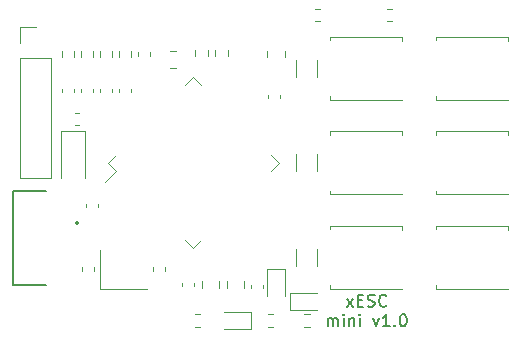
<source format=gbr>
%TF.GenerationSoftware,KiCad,Pcbnew,(5.1.12)-1*%
%TF.CreationDate,2022-01-31T23:19:20+01:00*%
%TF.ProjectId,xESC2,78455343-322e-46b6-9963-61645f706362,rev?*%
%TF.SameCoordinates,Original*%
%TF.FileFunction,Legend,Top*%
%TF.FilePolarity,Positive*%
%FSLAX46Y46*%
G04 Gerber Fmt 4.6, Leading zero omitted, Abs format (unit mm)*
G04 Created by KiCad (PCBNEW (5.1.12)-1) date 2022-01-31 23:19:20*
%MOMM*%
%LPD*%
G01*
G04 APERTURE LIST*
%ADD10C,0.150000*%
%ADD11C,0.120000*%
%ADD12C,0.200000*%
%ADD13C,0.127000*%
%ADD14R,1.400000X1.200000*%
%ADD15O,1.700000X1.700000*%
%ADD16R,1.700000X1.700000*%
%ADD17C,0.600000*%
%ADD18O,1.700000X0.850000*%
%ADD19R,1.600000X2.100000*%
%ADD20R,1.900000X1.900000*%
%ADD21R,1.350000X0.400000*%
%ADD22R,1.200000X0.900000*%
%ADD23C,0.100000*%
%ADD24R,0.850000X0.500000*%
G04 APERTURE END LIST*
D10*
X257409523Y-130577380D02*
X257933333Y-129910714D01*
X257409523Y-129910714D02*
X257933333Y-130577380D01*
X258314285Y-130053571D02*
X258647619Y-130053571D01*
X258790476Y-130577380D02*
X258314285Y-130577380D01*
X258314285Y-129577380D01*
X258790476Y-129577380D01*
X259171428Y-130529761D02*
X259314285Y-130577380D01*
X259552380Y-130577380D01*
X259647619Y-130529761D01*
X259695238Y-130482142D01*
X259742857Y-130386904D01*
X259742857Y-130291666D01*
X259695238Y-130196428D01*
X259647619Y-130148809D01*
X259552380Y-130101190D01*
X259361904Y-130053571D01*
X259266666Y-130005952D01*
X259219047Y-129958333D01*
X259171428Y-129863095D01*
X259171428Y-129767857D01*
X259219047Y-129672619D01*
X259266666Y-129625000D01*
X259361904Y-129577380D01*
X259600000Y-129577380D01*
X259742857Y-129625000D01*
X260742857Y-130482142D02*
X260695238Y-130529761D01*
X260552380Y-130577380D01*
X260457142Y-130577380D01*
X260314285Y-130529761D01*
X260219047Y-130434523D01*
X260171428Y-130339285D01*
X260123809Y-130148809D01*
X260123809Y-130005952D01*
X260171428Y-129815476D01*
X260219047Y-129720238D01*
X260314285Y-129625000D01*
X260457142Y-129577380D01*
X260552380Y-129577380D01*
X260695238Y-129625000D01*
X260742857Y-129672619D01*
X255790476Y-132227380D02*
X255790476Y-131560714D01*
X255790476Y-131655952D02*
X255838095Y-131608333D01*
X255933333Y-131560714D01*
X256076190Y-131560714D01*
X256171428Y-131608333D01*
X256219047Y-131703571D01*
X256219047Y-132227380D01*
X256219047Y-131703571D02*
X256266666Y-131608333D01*
X256361904Y-131560714D01*
X256504761Y-131560714D01*
X256600000Y-131608333D01*
X256647619Y-131703571D01*
X256647619Y-132227380D01*
X257123809Y-132227380D02*
X257123809Y-131560714D01*
X257123809Y-131227380D02*
X257076190Y-131275000D01*
X257123809Y-131322619D01*
X257171428Y-131275000D01*
X257123809Y-131227380D01*
X257123809Y-131322619D01*
X257600000Y-131560714D02*
X257600000Y-132227380D01*
X257600000Y-131655952D02*
X257647619Y-131608333D01*
X257742857Y-131560714D01*
X257885714Y-131560714D01*
X257980952Y-131608333D01*
X258028571Y-131703571D01*
X258028571Y-132227380D01*
X258504761Y-132227380D02*
X258504761Y-131560714D01*
X258504761Y-131227380D02*
X258457142Y-131275000D01*
X258504761Y-131322619D01*
X258552380Y-131275000D01*
X258504761Y-131227380D01*
X258504761Y-131322619D01*
X259647619Y-131560714D02*
X259885714Y-132227380D01*
X260123809Y-131560714D01*
X261028571Y-132227380D02*
X260457142Y-132227380D01*
X260742857Y-132227380D02*
X260742857Y-131227380D01*
X260647619Y-131370238D01*
X260552380Y-131465476D01*
X260457142Y-131513095D01*
X261457142Y-132132142D02*
X261504761Y-132179761D01*
X261457142Y-132227380D01*
X261409523Y-132179761D01*
X261457142Y-132132142D01*
X261457142Y-132227380D01*
X262123809Y-131227380D02*
X262219047Y-131227380D01*
X262314285Y-131275000D01*
X262361904Y-131322619D01*
X262409523Y-131417857D01*
X262457142Y-131608333D01*
X262457142Y-131846428D01*
X262409523Y-132036904D01*
X262361904Y-132132142D01*
X262314285Y-132179761D01*
X262219047Y-132227380D01*
X262123809Y-132227380D01*
X262028571Y-132179761D01*
X261980952Y-132132142D01*
X261933333Y-132036904D01*
X261885714Y-131846428D01*
X261885714Y-131608333D01*
X261933333Y-131417857D01*
X261980952Y-131322619D01*
X262028571Y-131275000D01*
X262123809Y-131227380D01*
D11*
%TO.C,C3*%
X254910000Y-111111252D02*
X254910000Y-109688748D01*
X253090000Y-111111252D02*
X253090000Y-109688748D01*
%TO.C,Y1*%
X236500000Y-129050000D02*
X240500000Y-129050000D01*
X236500000Y-125750000D02*
X236500000Y-129050000D01*
%TO.C,U4*%
X237845120Y-119071751D02*
X236897597Y-120019275D01*
X237173369Y-118400000D02*
X237845120Y-119071751D01*
X237845120Y-117728249D02*
X237173369Y-118400000D01*
X244400000Y-111173369D02*
X245071751Y-111845120D01*
X243728249Y-111845120D02*
X244400000Y-111173369D01*
X244400000Y-125626631D02*
X243728249Y-124954880D01*
X245071751Y-124954880D02*
X244400000Y-125626631D01*
X251626631Y-118400000D02*
X250954880Y-117728249D01*
X250954880Y-119071751D02*
X251626631Y-118400000D01*
%TO.C,R40*%
X260762742Y-106422500D02*
X261237258Y-106422500D01*
X260762742Y-105377500D02*
X261237258Y-105377500D01*
%TO.C,R39*%
X254662742Y-106422500D02*
X255137258Y-106422500D01*
X254662742Y-105377500D02*
X255137258Y-105377500D01*
%TO.C,R38*%
X244502742Y-132282500D02*
X244977258Y-132282500D01*
X244502742Y-131237500D02*
X244977258Y-131237500D01*
%TO.C,R37*%
X250702742Y-132282500D02*
X251177258Y-132282500D01*
X250702742Y-131237500D02*
X251177258Y-131237500D01*
%TO.C,D5*%
X249325000Y-131025000D02*
X247040000Y-131025000D01*
X249325000Y-132495000D02*
X249325000Y-131025000D01*
X247040000Y-132495000D02*
X249325000Y-132495000D01*
%TO.C,D4*%
X250665000Y-127415000D02*
X250665000Y-129700000D01*
X252135000Y-127415000D02*
X250665000Y-127415000D01*
X252135000Y-129700000D02*
X252135000Y-127415000D01*
%TO.C,R35*%
X238077500Y-108962742D02*
X238077500Y-109437258D01*
X239122500Y-108962742D02*
X239122500Y-109437258D01*
%TO.C,R34*%
X236477500Y-108962742D02*
X236477500Y-109437258D01*
X237522500Y-108962742D02*
X237522500Y-109437258D01*
%TO.C,R33*%
X234877500Y-108962742D02*
X234877500Y-109437258D01*
X235922500Y-108962742D02*
X235922500Y-109437258D01*
%TO.C,R32*%
X245622500Y-109337258D02*
X245622500Y-108862742D01*
X244577500Y-109337258D02*
X244577500Y-108862742D01*
%TO.C,R31*%
X247322500Y-109337258D02*
X247322500Y-108862742D01*
X246277500Y-109337258D02*
X246277500Y-108862742D01*
%TO.C,R30*%
X233277500Y-108962742D02*
X233277500Y-109437258D01*
X234322500Y-108962742D02*
X234322500Y-109437258D01*
%TO.C,J3*%
X229730000Y-106910000D02*
X231060000Y-106910000D01*
X229730000Y-108240000D02*
X229730000Y-106910000D01*
X229730000Y-109510000D02*
X232390000Y-109510000D01*
X232390000Y-109510000D02*
X232390000Y-119730000D01*
X229730000Y-109510000D02*
X229730000Y-119730000D01*
X229730000Y-119730000D02*
X232390000Y-119730000D01*
D12*
%TO.C,J2*%
X234650000Y-123500000D02*
G75*
G03*
X234650000Y-123500000I-100000J0D01*
G01*
D13*
X229150000Y-120900000D02*
X229150000Y-128700000D01*
X231950000Y-128780000D02*
X229150000Y-128780000D01*
X231950000Y-120820000D02*
X229150000Y-120820000D01*
D11*
%TO.C,D3*%
X235200000Y-115750000D02*
X235200000Y-119650000D01*
X233200000Y-115750000D02*
X233200000Y-119650000D01*
X235200000Y-115750000D02*
X233200000Y-115750000D01*
%TO.C,C47*%
X238090000Y-112159420D02*
X238090000Y-112440580D01*
X239110000Y-112159420D02*
X239110000Y-112440580D01*
%TO.C,C46*%
X236490000Y-112159420D02*
X236490000Y-112440580D01*
X237510000Y-112159420D02*
X237510000Y-112440580D01*
%TO.C,C45*%
X234890000Y-112159420D02*
X234890000Y-112440580D01*
X235910000Y-112159420D02*
X235910000Y-112440580D01*
%TO.C,C44*%
X233290000Y-112159420D02*
X233290000Y-112440580D01*
X234310000Y-112159420D02*
X234310000Y-112440580D01*
%TO.C,C43*%
X240710000Y-109340580D02*
X240710000Y-109059420D01*
X239690000Y-109340580D02*
X239690000Y-109059420D01*
%TO.C,C42*%
X249290000Y-128759420D02*
X249290000Y-129040580D01*
X250310000Y-128759420D02*
X250310000Y-129040580D01*
%TO.C,C41*%
X235290000Y-121859420D02*
X235290000Y-122140580D01*
X236310000Y-121859420D02*
X236310000Y-122140580D01*
%TO.C,C40*%
X251710000Y-112940580D02*
X251710000Y-112659420D01*
X250690000Y-112940580D02*
X250690000Y-112659420D01*
%TO.C,C39*%
X246615000Y-128971252D02*
X246615000Y-128448748D01*
X245145000Y-128971252D02*
X245145000Y-128448748D01*
%TO.C,C38*%
X248695000Y-128971252D02*
X248695000Y-128448748D01*
X247225000Y-128971252D02*
X247225000Y-128448748D01*
%TO.C,C37*%
X243450000Y-128559420D02*
X243450000Y-128840580D01*
X244470000Y-128559420D02*
X244470000Y-128840580D01*
%TO.C,C36*%
X242388748Y-110385000D02*
X242911252Y-110385000D01*
X242388748Y-108915000D02*
X242911252Y-108915000D01*
%TO.C,C35*%
X250665000Y-108938748D02*
X250665000Y-109461252D01*
X252135000Y-108938748D02*
X252135000Y-109461252D01*
%TO.C,C34*%
X234690580Y-114190000D02*
X234409420Y-114190000D01*
X234690580Y-115210000D02*
X234409420Y-115210000D01*
%TO.C,C33*%
X240990000Y-127259420D02*
X240990000Y-127540580D01*
X242010000Y-127259420D02*
X242010000Y-127540580D01*
%TO.C,C32*%
X236010000Y-127540580D02*
X236010000Y-127259420D01*
X234990000Y-127540580D02*
X234990000Y-127259420D01*
%TO.C,R16*%
X253802742Y-131237500D02*
X254277258Y-131237500D01*
X253802742Y-132282500D02*
X254277258Y-132282500D01*
%TO.C,Q6*%
X264940000Y-107715000D02*
X271060000Y-107715000D01*
X264940000Y-113085000D02*
X271060000Y-113085000D01*
X271060000Y-108065000D02*
X271060000Y-107715000D01*
X264940000Y-108015000D02*
X264940000Y-107715000D01*
X264940000Y-112785000D02*
X264940000Y-113085000D01*
%TO.C,Q5*%
X255940000Y-112785000D02*
X255940000Y-113085000D01*
X255940000Y-108015000D02*
X255940000Y-107715000D01*
X262060000Y-108065000D02*
X262060000Y-107715000D01*
X255940000Y-113085000D02*
X262060000Y-113085000D01*
X255940000Y-107715000D02*
X262060000Y-107715000D01*
%TO.C,Q4*%
X264940000Y-115715000D02*
X271060000Y-115715000D01*
X264940000Y-121085000D02*
X271060000Y-121085000D01*
X271060000Y-116065000D02*
X271060000Y-115715000D01*
X264940000Y-116015000D02*
X264940000Y-115715000D01*
X264940000Y-120785000D02*
X264940000Y-121085000D01*
%TO.C,Q3*%
X255940000Y-115715000D02*
X262060000Y-115715000D01*
X255940000Y-121085000D02*
X262060000Y-121085000D01*
X262060000Y-116065000D02*
X262060000Y-115715000D01*
X255940000Y-116015000D02*
X255940000Y-115715000D01*
X255940000Y-120785000D02*
X255940000Y-121085000D01*
%TO.C,Q2*%
X264940000Y-123715000D02*
X271060000Y-123715000D01*
X264940000Y-129085000D02*
X271060000Y-129085000D01*
X271060000Y-124065000D02*
X271060000Y-123715000D01*
X264940000Y-124015000D02*
X264940000Y-123715000D01*
X264940000Y-128785000D02*
X264940000Y-129085000D01*
%TO.C,Q1*%
X255940000Y-123715000D02*
X262060000Y-123715000D01*
X255940000Y-129085000D02*
X262060000Y-129085000D01*
X262060000Y-124065000D02*
X262060000Y-123715000D01*
X255940000Y-124015000D02*
X255940000Y-123715000D01*
X255940000Y-128785000D02*
X255940000Y-129085000D01*
%TO.C,D2*%
X254840000Y-129425000D02*
X252555000Y-129425000D01*
X252555000Y-129425000D02*
X252555000Y-130895000D01*
X252555000Y-130895000D02*
X254840000Y-130895000D01*
%TO.C,C2*%
X253090000Y-119111252D02*
X253090000Y-117688748D01*
X254910000Y-119111252D02*
X254910000Y-117688748D01*
%TO.C,C1*%
X253090000Y-127111252D02*
X253090000Y-125688748D01*
X254910000Y-127111252D02*
X254910000Y-125688748D01*
%TD*%
%LPC*%
%TO.C,C3*%
G36*
G01*
X254650001Y-109500000D02*
X253349999Y-109500000D01*
G75*
G02*
X253100000Y-109250001I0J249999D01*
G01*
X253100000Y-108599999D01*
G75*
G02*
X253349999Y-108350000I249999J0D01*
G01*
X254650001Y-108350000D01*
G75*
G02*
X254900000Y-108599999I0J-249999D01*
G01*
X254900000Y-109250001D01*
G75*
G02*
X254650001Y-109500000I-249999J0D01*
G01*
G37*
G36*
G01*
X254650001Y-112450000D02*
X253349999Y-112450000D01*
G75*
G02*
X253100000Y-112200001I0J249999D01*
G01*
X253100000Y-111549999D01*
G75*
G02*
X253349999Y-111300000I249999J0D01*
G01*
X254650001Y-111300000D01*
G75*
G02*
X254900000Y-111549999I0J-249999D01*
G01*
X254900000Y-112200001D01*
G75*
G02*
X254650001Y-112450000I-249999J0D01*
G01*
G37*
%TD*%
D14*
%TO.C,Y1*%
X237400000Y-126550000D03*
X239600000Y-126550000D03*
X239600000Y-128250000D03*
X237400000Y-128250000D03*
%TD*%
D15*
%TO.C,J10*%
X276780000Y-131100000D03*
X274240000Y-131100000D03*
X271700000Y-131100000D03*
X269160000Y-131100000D03*
X266620000Y-131100000D03*
D16*
X264080000Y-131100000D03*
%TD*%
D15*
%TO.C,J9*%
X276780000Y-105700000D03*
X274240000Y-105700000D03*
X271700000Y-105700000D03*
X269160000Y-105700000D03*
X266620000Y-105700000D03*
D16*
X264080000Y-105700000D03*
%TD*%
D15*
%TO.C,J8*%
X276780000Y-109510000D03*
X274240000Y-109510000D03*
X276780000Y-112050000D03*
D16*
X274240000Y-112050000D03*
%TD*%
D15*
%TO.C,J7*%
X276780000Y-117130000D03*
X274240000Y-117130000D03*
X276780000Y-119670000D03*
D16*
X274240000Y-119670000D03*
%TD*%
D15*
%TO.C,J6*%
X276780000Y-124750000D03*
X274240000Y-124750000D03*
X276780000Y-127290000D03*
D16*
X274240000Y-127290000D03*
%TD*%
%TO.C,U4*%
G36*
G01*
X238124428Y-117639860D02*
X237134478Y-116649910D01*
G75*
G02*
X237134478Y-116543844I53033J53033D01*
G01*
X237240544Y-116437778D01*
G75*
G02*
X237346610Y-116437778I53033J-53033D01*
G01*
X238336560Y-117427728D01*
G75*
G02*
X238336560Y-117533794I-53033J-53033D01*
G01*
X238230494Y-117639860D01*
G75*
G02*
X238124428Y-117639860I-53033J53033D01*
G01*
G37*
G36*
G01*
X238477981Y-117286307D02*
X237488031Y-116296357D01*
G75*
G02*
X237488031Y-116190291I53033J53033D01*
G01*
X237594097Y-116084225D01*
G75*
G02*
X237700163Y-116084225I53033J-53033D01*
G01*
X238690113Y-117074175D01*
G75*
G02*
X238690113Y-117180241I-53033J-53033D01*
G01*
X238584047Y-117286307D01*
G75*
G02*
X238477981Y-117286307I-53033J53033D01*
G01*
G37*
G36*
G01*
X238831534Y-116932754D02*
X237841584Y-115942804D01*
G75*
G02*
X237841584Y-115836738I53033J53033D01*
G01*
X237947650Y-115730672D01*
G75*
G02*
X238053716Y-115730672I53033J-53033D01*
G01*
X239043666Y-116720622D01*
G75*
G02*
X239043666Y-116826688I-53033J-53033D01*
G01*
X238937600Y-116932754D01*
G75*
G02*
X238831534Y-116932754I-53033J53033D01*
G01*
G37*
G36*
G01*
X239185088Y-116579200D02*
X238195138Y-115589250D01*
G75*
G02*
X238195138Y-115483184I53033J53033D01*
G01*
X238301204Y-115377118D01*
G75*
G02*
X238407270Y-115377118I53033J-53033D01*
G01*
X239397220Y-116367068D01*
G75*
G02*
X239397220Y-116473134I-53033J-53033D01*
G01*
X239291154Y-116579200D01*
G75*
G02*
X239185088Y-116579200I-53033J53033D01*
G01*
G37*
G36*
G01*
X239538641Y-116225647D02*
X238548691Y-115235697D01*
G75*
G02*
X238548691Y-115129631I53033J53033D01*
G01*
X238654757Y-115023565D01*
G75*
G02*
X238760823Y-115023565I53033J-53033D01*
G01*
X239750773Y-116013515D01*
G75*
G02*
X239750773Y-116119581I-53033J-53033D01*
G01*
X239644707Y-116225647D01*
G75*
G02*
X239538641Y-116225647I-53033J53033D01*
G01*
G37*
G36*
G01*
X239892195Y-115872093D02*
X238902245Y-114882143D01*
G75*
G02*
X238902245Y-114776077I53033J53033D01*
G01*
X239008311Y-114670011D01*
G75*
G02*
X239114377Y-114670011I53033J-53033D01*
G01*
X240104327Y-115659961D01*
G75*
G02*
X240104327Y-115766027I-53033J-53033D01*
G01*
X239998261Y-115872093D01*
G75*
G02*
X239892195Y-115872093I-53033J53033D01*
G01*
G37*
G36*
G01*
X240245748Y-115518540D02*
X239255798Y-114528590D01*
G75*
G02*
X239255798Y-114422524I53033J53033D01*
G01*
X239361864Y-114316458D01*
G75*
G02*
X239467930Y-114316458I53033J-53033D01*
G01*
X240457880Y-115306408D01*
G75*
G02*
X240457880Y-115412474I-53033J-53033D01*
G01*
X240351814Y-115518540D01*
G75*
G02*
X240245748Y-115518540I-53033J53033D01*
G01*
G37*
G36*
G01*
X240599301Y-115164987D02*
X239609351Y-114175037D01*
G75*
G02*
X239609351Y-114068971I53033J53033D01*
G01*
X239715417Y-113962905D01*
G75*
G02*
X239821483Y-113962905I53033J-53033D01*
G01*
X240811433Y-114952855D01*
G75*
G02*
X240811433Y-115058921I-53033J-53033D01*
G01*
X240705367Y-115164987D01*
G75*
G02*
X240599301Y-115164987I-53033J53033D01*
G01*
G37*
G36*
G01*
X240952855Y-114811433D02*
X239962905Y-113821483D01*
G75*
G02*
X239962905Y-113715417I53033J53033D01*
G01*
X240068971Y-113609351D01*
G75*
G02*
X240175037Y-113609351I53033J-53033D01*
G01*
X241164987Y-114599301D01*
G75*
G02*
X241164987Y-114705367I-53033J-53033D01*
G01*
X241058921Y-114811433D01*
G75*
G02*
X240952855Y-114811433I-53033J53033D01*
G01*
G37*
G36*
G01*
X241306408Y-114457880D02*
X240316458Y-113467930D01*
G75*
G02*
X240316458Y-113361864I53033J53033D01*
G01*
X240422524Y-113255798D01*
G75*
G02*
X240528590Y-113255798I53033J-53033D01*
G01*
X241518540Y-114245748D01*
G75*
G02*
X241518540Y-114351814I-53033J-53033D01*
G01*
X241412474Y-114457880D01*
G75*
G02*
X241306408Y-114457880I-53033J53033D01*
G01*
G37*
G36*
G01*
X241659961Y-114104327D02*
X240670011Y-113114377D01*
G75*
G02*
X240670011Y-113008311I53033J53033D01*
G01*
X240776077Y-112902245D01*
G75*
G02*
X240882143Y-112902245I53033J-53033D01*
G01*
X241872093Y-113892195D01*
G75*
G02*
X241872093Y-113998261I-53033J-53033D01*
G01*
X241766027Y-114104327D01*
G75*
G02*
X241659961Y-114104327I-53033J53033D01*
G01*
G37*
G36*
G01*
X242013515Y-113750773D02*
X241023565Y-112760823D01*
G75*
G02*
X241023565Y-112654757I53033J53033D01*
G01*
X241129631Y-112548691D01*
G75*
G02*
X241235697Y-112548691I53033J-53033D01*
G01*
X242225647Y-113538641D01*
G75*
G02*
X242225647Y-113644707I-53033J-53033D01*
G01*
X242119581Y-113750773D01*
G75*
G02*
X242013515Y-113750773I-53033J53033D01*
G01*
G37*
G36*
G01*
X242367068Y-113397220D02*
X241377118Y-112407270D01*
G75*
G02*
X241377118Y-112301204I53033J53033D01*
G01*
X241483184Y-112195138D01*
G75*
G02*
X241589250Y-112195138I53033J-53033D01*
G01*
X242579200Y-113185088D01*
G75*
G02*
X242579200Y-113291154I-53033J-53033D01*
G01*
X242473134Y-113397220D01*
G75*
G02*
X242367068Y-113397220I-53033J53033D01*
G01*
G37*
G36*
G01*
X242720622Y-113043666D02*
X241730672Y-112053716D01*
G75*
G02*
X241730672Y-111947650I53033J53033D01*
G01*
X241836738Y-111841584D01*
G75*
G02*
X241942804Y-111841584I53033J-53033D01*
G01*
X242932754Y-112831534D01*
G75*
G02*
X242932754Y-112937600I-53033J-53033D01*
G01*
X242826688Y-113043666D01*
G75*
G02*
X242720622Y-113043666I-53033J53033D01*
G01*
G37*
G36*
G01*
X243074175Y-112690113D02*
X242084225Y-111700163D01*
G75*
G02*
X242084225Y-111594097I53033J53033D01*
G01*
X242190291Y-111488031D01*
G75*
G02*
X242296357Y-111488031I53033J-53033D01*
G01*
X243286307Y-112477981D01*
G75*
G02*
X243286307Y-112584047I-53033J-53033D01*
G01*
X243180241Y-112690113D01*
G75*
G02*
X243074175Y-112690113I-53033J53033D01*
G01*
G37*
G36*
G01*
X243427728Y-112336560D02*
X242437778Y-111346610D01*
G75*
G02*
X242437778Y-111240544I53033J53033D01*
G01*
X242543844Y-111134478D01*
G75*
G02*
X242649910Y-111134478I53033J-53033D01*
G01*
X243639860Y-112124428D01*
G75*
G02*
X243639860Y-112230494I-53033J-53033D01*
G01*
X243533794Y-112336560D01*
G75*
G02*
X243427728Y-112336560I-53033J53033D01*
G01*
G37*
G36*
G01*
X245266206Y-112336560D02*
X245160140Y-112230494D01*
G75*
G02*
X245160140Y-112124428I53033J53033D01*
G01*
X246150090Y-111134478D01*
G75*
G02*
X246256156Y-111134478I53033J-53033D01*
G01*
X246362222Y-111240544D01*
G75*
G02*
X246362222Y-111346610I-53033J-53033D01*
G01*
X245372272Y-112336560D01*
G75*
G02*
X245266206Y-112336560I-53033J53033D01*
G01*
G37*
G36*
G01*
X245619759Y-112690113D02*
X245513693Y-112584047D01*
G75*
G02*
X245513693Y-112477981I53033J53033D01*
G01*
X246503643Y-111488031D01*
G75*
G02*
X246609709Y-111488031I53033J-53033D01*
G01*
X246715775Y-111594097D01*
G75*
G02*
X246715775Y-111700163I-53033J-53033D01*
G01*
X245725825Y-112690113D01*
G75*
G02*
X245619759Y-112690113I-53033J53033D01*
G01*
G37*
G36*
G01*
X245973312Y-113043666D02*
X245867246Y-112937600D01*
G75*
G02*
X245867246Y-112831534I53033J53033D01*
G01*
X246857196Y-111841584D01*
G75*
G02*
X246963262Y-111841584I53033J-53033D01*
G01*
X247069328Y-111947650D01*
G75*
G02*
X247069328Y-112053716I-53033J-53033D01*
G01*
X246079378Y-113043666D01*
G75*
G02*
X245973312Y-113043666I-53033J53033D01*
G01*
G37*
G36*
G01*
X246326866Y-113397220D02*
X246220800Y-113291154D01*
G75*
G02*
X246220800Y-113185088I53033J53033D01*
G01*
X247210750Y-112195138D01*
G75*
G02*
X247316816Y-112195138I53033J-53033D01*
G01*
X247422882Y-112301204D01*
G75*
G02*
X247422882Y-112407270I-53033J-53033D01*
G01*
X246432932Y-113397220D01*
G75*
G02*
X246326866Y-113397220I-53033J53033D01*
G01*
G37*
G36*
G01*
X246680419Y-113750773D02*
X246574353Y-113644707D01*
G75*
G02*
X246574353Y-113538641I53033J53033D01*
G01*
X247564303Y-112548691D01*
G75*
G02*
X247670369Y-112548691I53033J-53033D01*
G01*
X247776435Y-112654757D01*
G75*
G02*
X247776435Y-112760823I-53033J-53033D01*
G01*
X246786485Y-113750773D01*
G75*
G02*
X246680419Y-113750773I-53033J53033D01*
G01*
G37*
G36*
G01*
X247033973Y-114104327D02*
X246927907Y-113998261D01*
G75*
G02*
X246927907Y-113892195I53033J53033D01*
G01*
X247917857Y-112902245D01*
G75*
G02*
X248023923Y-112902245I53033J-53033D01*
G01*
X248129989Y-113008311D01*
G75*
G02*
X248129989Y-113114377I-53033J-53033D01*
G01*
X247140039Y-114104327D01*
G75*
G02*
X247033973Y-114104327I-53033J53033D01*
G01*
G37*
G36*
G01*
X247387526Y-114457880D02*
X247281460Y-114351814D01*
G75*
G02*
X247281460Y-114245748I53033J53033D01*
G01*
X248271410Y-113255798D01*
G75*
G02*
X248377476Y-113255798I53033J-53033D01*
G01*
X248483542Y-113361864D01*
G75*
G02*
X248483542Y-113467930I-53033J-53033D01*
G01*
X247493592Y-114457880D01*
G75*
G02*
X247387526Y-114457880I-53033J53033D01*
G01*
G37*
G36*
G01*
X247741079Y-114811433D02*
X247635013Y-114705367D01*
G75*
G02*
X247635013Y-114599301I53033J53033D01*
G01*
X248624963Y-113609351D01*
G75*
G02*
X248731029Y-113609351I53033J-53033D01*
G01*
X248837095Y-113715417D01*
G75*
G02*
X248837095Y-113821483I-53033J-53033D01*
G01*
X247847145Y-114811433D01*
G75*
G02*
X247741079Y-114811433I-53033J53033D01*
G01*
G37*
G36*
G01*
X248094633Y-115164987D02*
X247988567Y-115058921D01*
G75*
G02*
X247988567Y-114952855I53033J53033D01*
G01*
X248978517Y-113962905D01*
G75*
G02*
X249084583Y-113962905I53033J-53033D01*
G01*
X249190649Y-114068971D01*
G75*
G02*
X249190649Y-114175037I-53033J-53033D01*
G01*
X248200699Y-115164987D01*
G75*
G02*
X248094633Y-115164987I-53033J53033D01*
G01*
G37*
G36*
G01*
X248448186Y-115518540D02*
X248342120Y-115412474D01*
G75*
G02*
X248342120Y-115306408I53033J53033D01*
G01*
X249332070Y-114316458D01*
G75*
G02*
X249438136Y-114316458I53033J-53033D01*
G01*
X249544202Y-114422524D01*
G75*
G02*
X249544202Y-114528590I-53033J-53033D01*
G01*
X248554252Y-115518540D01*
G75*
G02*
X248448186Y-115518540I-53033J53033D01*
G01*
G37*
G36*
G01*
X248801739Y-115872093D02*
X248695673Y-115766027D01*
G75*
G02*
X248695673Y-115659961I53033J53033D01*
G01*
X249685623Y-114670011D01*
G75*
G02*
X249791689Y-114670011I53033J-53033D01*
G01*
X249897755Y-114776077D01*
G75*
G02*
X249897755Y-114882143I-53033J-53033D01*
G01*
X248907805Y-115872093D01*
G75*
G02*
X248801739Y-115872093I-53033J53033D01*
G01*
G37*
G36*
G01*
X249155293Y-116225647D02*
X249049227Y-116119581D01*
G75*
G02*
X249049227Y-116013515I53033J53033D01*
G01*
X250039177Y-115023565D01*
G75*
G02*
X250145243Y-115023565I53033J-53033D01*
G01*
X250251309Y-115129631D01*
G75*
G02*
X250251309Y-115235697I-53033J-53033D01*
G01*
X249261359Y-116225647D01*
G75*
G02*
X249155293Y-116225647I-53033J53033D01*
G01*
G37*
G36*
G01*
X249508846Y-116579200D02*
X249402780Y-116473134D01*
G75*
G02*
X249402780Y-116367068I53033J53033D01*
G01*
X250392730Y-115377118D01*
G75*
G02*
X250498796Y-115377118I53033J-53033D01*
G01*
X250604862Y-115483184D01*
G75*
G02*
X250604862Y-115589250I-53033J-53033D01*
G01*
X249614912Y-116579200D01*
G75*
G02*
X249508846Y-116579200I-53033J53033D01*
G01*
G37*
G36*
G01*
X249862400Y-116932754D02*
X249756334Y-116826688D01*
G75*
G02*
X249756334Y-116720622I53033J53033D01*
G01*
X250746284Y-115730672D01*
G75*
G02*
X250852350Y-115730672I53033J-53033D01*
G01*
X250958416Y-115836738D01*
G75*
G02*
X250958416Y-115942804I-53033J-53033D01*
G01*
X249968466Y-116932754D01*
G75*
G02*
X249862400Y-116932754I-53033J53033D01*
G01*
G37*
G36*
G01*
X250215953Y-117286307D02*
X250109887Y-117180241D01*
G75*
G02*
X250109887Y-117074175I53033J53033D01*
G01*
X251099837Y-116084225D01*
G75*
G02*
X251205903Y-116084225I53033J-53033D01*
G01*
X251311969Y-116190291D01*
G75*
G02*
X251311969Y-116296357I-53033J-53033D01*
G01*
X250322019Y-117286307D01*
G75*
G02*
X250215953Y-117286307I-53033J53033D01*
G01*
G37*
G36*
G01*
X250569506Y-117639860D02*
X250463440Y-117533794D01*
G75*
G02*
X250463440Y-117427728I53033J53033D01*
G01*
X251453390Y-116437778D01*
G75*
G02*
X251559456Y-116437778I53033J-53033D01*
G01*
X251665522Y-116543844D01*
G75*
G02*
X251665522Y-116649910I-53033J-53033D01*
G01*
X250675572Y-117639860D01*
G75*
G02*
X250569506Y-117639860I-53033J53033D01*
G01*
G37*
G36*
G01*
X251453390Y-120362222D02*
X250463440Y-119372272D01*
G75*
G02*
X250463440Y-119266206I53033J53033D01*
G01*
X250569506Y-119160140D01*
G75*
G02*
X250675572Y-119160140I53033J-53033D01*
G01*
X251665522Y-120150090D01*
G75*
G02*
X251665522Y-120256156I-53033J-53033D01*
G01*
X251559456Y-120362222D01*
G75*
G02*
X251453390Y-120362222I-53033J53033D01*
G01*
G37*
G36*
G01*
X251099837Y-120715775D02*
X250109887Y-119725825D01*
G75*
G02*
X250109887Y-119619759I53033J53033D01*
G01*
X250215953Y-119513693D01*
G75*
G02*
X250322019Y-119513693I53033J-53033D01*
G01*
X251311969Y-120503643D01*
G75*
G02*
X251311969Y-120609709I-53033J-53033D01*
G01*
X251205903Y-120715775D01*
G75*
G02*
X251099837Y-120715775I-53033J53033D01*
G01*
G37*
G36*
G01*
X250746284Y-121069328D02*
X249756334Y-120079378D01*
G75*
G02*
X249756334Y-119973312I53033J53033D01*
G01*
X249862400Y-119867246D01*
G75*
G02*
X249968466Y-119867246I53033J-53033D01*
G01*
X250958416Y-120857196D01*
G75*
G02*
X250958416Y-120963262I-53033J-53033D01*
G01*
X250852350Y-121069328D01*
G75*
G02*
X250746284Y-121069328I-53033J53033D01*
G01*
G37*
G36*
G01*
X250392730Y-121422882D02*
X249402780Y-120432932D01*
G75*
G02*
X249402780Y-120326866I53033J53033D01*
G01*
X249508846Y-120220800D01*
G75*
G02*
X249614912Y-120220800I53033J-53033D01*
G01*
X250604862Y-121210750D01*
G75*
G02*
X250604862Y-121316816I-53033J-53033D01*
G01*
X250498796Y-121422882D01*
G75*
G02*
X250392730Y-121422882I-53033J53033D01*
G01*
G37*
G36*
G01*
X250039177Y-121776435D02*
X249049227Y-120786485D01*
G75*
G02*
X249049227Y-120680419I53033J53033D01*
G01*
X249155293Y-120574353D01*
G75*
G02*
X249261359Y-120574353I53033J-53033D01*
G01*
X250251309Y-121564303D01*
G75*
G02*
X250251309Y-121670369I-53033J-53033D01*
G01*
X250145243Y-121776435D01*
G75*
G02*
X250039177Y-121776435I-53033J53033D01*
G01*
G37*
G36*
G01*
X249685623Y-122129989D02*
X248695673Y-121140039D01*
G75*
G02*
X248695673Y-121033973I53033J53033D01*
G01*
X248801739Y-120927907D01*
G75*
G02*
X248907805Y-120927907I53033J-53033D01*
G01*
X249897755Y-121917857D01*
G75*
G02*
X249897755Y-122023923I-53033J-53033D01*
G01*
X249791689Y-122129989D01*
G75*
G02*
X249685623Y-122129989I-53033J53033D01*
G01*
G37*
G36*
G01*
X249332070Y-122483542D02*
X248342120Y-121493592D01*
G75*
G02*
X248342120Y-121387526I53033J53033D01*
G01*
X248448186Y-121281460D01*
G75*
G02*
X248554252Y-121281460I53033J-53033D01*
G01*
X249544202Y-122271410D01*
G75*
G02*
X249544202Y-122377476I-53033J-53033D01*
G01*
X249438136Y-122483542D01*
G75*
G02*
X249332070Y-122483542I-53033J53033D01*
G01*
G37*
G36*
G01*
X248978517Y-122837095D02*
X247988567Y-121847145D01*
G75*
G02*
X247988567Y-121741079I53033J53033D01*
G01*
X248094633Y-121635013D01*
G75*
G02*
X248200699Y-121635013I53033J-53033D01*
G01*
X249190649Y-122624963D01*
G75*
G02*
X249190649Y-122731029I-53033J-53033D01*
G01*
X249084583Y-122837095D01*
G75*
G02*
X248978517Y-122837095I-53033J53033D01*
G01*
G37*
G36*
G01*
X248624963Y-123190649D02*
X247635013Y-122200699D01*
G75*
G02*
X247635013Y-122094633I53033J53033D01*
G01*
X247741079Y-121988567D01*
G75*
G02*
X247847145Y-121988567I53033J-53033D01*
G01*
X248837095Y-122978517D01*
G75*
G02*
X248837095Y-123084583I-53033J-53033D01*
G01*
X248731029Y-123190649D01*
G75*
G02*
X248624963Y-123190649I-53033J53033D01*
G01*
G37*
G36*
G01*
X248271410Y-123544202D02*
X247281460Y-122554252D01*
G75*
G02*
X247281460Y-122448186I53033J53033D01*
G01*
X247387526Y-122342120D01*
G75*
G02*
X247493592Y-122342120I53033J-53033D01*
G01*
X248483542Y-123332070D01*
G75*
G02*
X248483542Y-123438136I-53033J-53033D01*
G01*
X248377476Y-123544202D01*
G75*
G02*
X248271410Y-123544202I-53033J53033D01*
G01*
G37*
G36*
G01*
X247917857Y-123897755D02*
X246927907Y-122907805D01*
G75*
G02*
X246927907Y-122801739I53033J53033D01*
G01*
X247033973Y-122695673D01*
G75*
G02*
X247140039Y-122695673I53033J-53033D01*
G01*
X248129989Y-123685623D01*
G75*
G02*
X248129989Y-123791689I-53033J-53033D01*
G01*
X248023923Y-123897755D01*
G75*
G02*
X247917857Y-123897755I-53033J53033D01*
G01*
G37*
G36*
G01*
X247564303Y-124251309D02*
X246574353Y-123261359D01*
G75*
G02*
X246574353Y-123155293I53033J53033D01*
G01*
X246680419Y-123049227D01*
G75*
G02*
X246786485Y-123049227I53033J-53033D01*
G01*
X247776435Y-124039177D01*
G75*
G02*
X247776435Y-124145243I-53033J-53033D01*
G01*
X247670369Y-124251309D01*
G75*
G02*
X247564303Y-124251309I-53033J53033D01*
G01*
G37*
G36*
G01*
X247210750Y-124604862D02*
X246220800Y-123614912D01*
G75*
G02*
X246220800Y-123508846I53033J53033D01*
G01*
X246326866Y-123402780D01*
G75*
G02*
X246432932Y-123402780I53033J-53033D01*
G01*
X247422882Y-124392730D01*
G75*
G02*
X247422882Y-124498796I-53033J-53033D01*
G01*
X247316816Y-124604862D01*
G75*
G02*
X247210750Y-124604862I-53033J53033D01*
G01*
G37*
G36*
G01*
X246857196Y-124958416D02*
X245867246Y-123968466D01*
G75*
G02*
X245867246Y-123862400I53033J53033D01*
G01*
X245973312Y-123756334D01*
G75*
G02*
X246079378Y-123756334I53033J-53033D01*
G01*
X247069328Y-124746284D01*
G75*
G02*
X247069328Y-124852350I-53033J-53033D01*
G01*
X246963262Y-124958416D01*
G75*
G02*
X246857196Y-124958416I-53033J53033D01*
G01*
G37*
G36*
G01*
X246503643Y-125311969D02*
X245513693Y-124322019D01*
G75*
G02*
X245513693Y-124215953I53033J53033D01*
G01*
X245619759Y-124109887D01*
G75*
G02*
X245725825Y-124109887I53033J-53033D01*
G01*
X246715775Y-125099837D01*
G75*
G02*
X246715775Y-125205903I-53033J-53033D01*
G01*
X246609709Y-125311969D01*
G75*
G02*
X246503643Y-125311969I-53033J53033D01*
G01*
G37*
G36*
G01*
X246150090Y-125665522D02*
X245160140Y-124675572D01*
G75*
G02*
X245160140Y-124569506I53033J53033D01*
G01*
X245266206Y-124463440D01*
G75*
G02*
X245372272Y-124463440I53033J-53033D01*
G01*
X246362222Y-125453390D01*
G75*
G02*
X246362222Y-125559456I-53033J-53033D01*
G01*
X246256156Y-125665522D01*
G75*
G02*
X246150090Y-125665522I-53033J53033D01*
G01*
G37*
G36*
G01*
X242543844Y-125665522D02*
X242437778Y-125559456D01*
G75*
G02*
X242437778Y-125453390I53033J53033D01*
G01*
X243427728Y-124463440D01*
G75*
G02*
X243533794Y-124463440I53033J-53033D01*
G01*
X243639860Y-124569506D01*
G75*
G02*
X243639860Y-124675572I-53033J-53033D01*
G01*
X242649910Y-125665522D01*
G75*
G02*
X242543844Y-125665522I-53033J53033D01*
G01*
G37*
G36*
G01*
X242190291Y-125311969D02*
X242084225Y-125205903D01*
G75*
G02*
X242084225Y-125099837I53033J53033D01*
G01*
X243074175Y-124109887D01*
G75*
G02*
X243180241Y-124109887I53033J-53033D01*
G01*
X243286307Y-124215953D01*
G75*
G02*
X243286307Y-124322019I-53033J-53033D01*
G01*
X242296357Y-125311969D01*
G75*
G02*
X242190291Y-125311969I-53033J53033D01*
G01*
G37*
G36*
G01*
X241836738Y-124958416D02*
X241730672Y-124852350D01*
G75*
G02*
X241730672Y-124746284I53033J53033D01*
G01*
X242720622Y-123756334D01*
G75*
G02*
X242826688Y-123756334I53033J-53033D01*
G01*
X242932754Y-123862400D01*
G75*
G02*
X242932754Y-123968466I-53033J-53033D01*
G01*
X241942804Y-124958416D01*
G75*
G02*
X241836738Y-124958416I-53033J53033D01*
G01*
G37*
G36*
G01*
X241483184Y-124604862D02*
X241377118Y-124498796D01*
G75*
G02*
X241377118Y-124392730I53033J53033D01*
G01*
X242367068Y-123402780D01*
G75*
G02*
X242473134Y-123402780I53033J-53033D01*
G01*
X242579200Y-123508846D01*
G75*
G02*
X242579200Y-123614912I-53033J-53033D01*
G01*
X241589250Y-124604862D01*
G75*
G02*
X241483184Y-124604862I-53033J53033D01*
G01*
G37*
G36*
G01*
X241129631Y-124251309D02*
X241023565Y-124145243D01*
G75*
G02*
X241023565Y-124039177I53033J53033D01*
G01*
X242013515Y-123049227D01*
G75*
G02*
X242119581Y-123049227I53033J-53033D01*
G01*
X242225647Y-123155293D01*
G75*
G02*
X242225647Y-123261359I-53033J-53033D01*
G01*
X241235697Y-124251309D01*
G75*
G02*
X241129631Y-124251309I-53033J53033D01*
G01*
G37*
G36*
G01*
X240776077Y-123897755D02*
X240670011Y-123791689D01*
G75*
G02*
X240670011Y-123685623I53033J53033D01*
G01*
X241659961Y-122695673D01*
G75*
G02*
X241766027Y-122695673I53033J-53033D01*
G01*
X241872093Y-122801739D01*
G75*
G02*
X241872093Y-122907805I-53033J-53033D01*
G01*
X240882143Y-123897755D01*
G75*
G02*
X240776077Y-123897755I-53033J53033D01*
G01*
G37*
G36*
G01*
X240422524Y-123544202D02*
X240316458Y-123438136D01*
G75*
G02*
X240316458Y-123332070I53033J53033D01*
G01*
X241306408Y-122342120D01*
G75*
G02*
X241412474Y-122342120I53033J-53033D01*
G01*
X241518540Y-122448186D01*
G75*
G02*
X241518540Y-122554252I-53033J-53033D01*
G01*
X240528590Y-123544202D01*
G75*
G02*
X240422524Y-123544202I-53033J53033D01*
G01*
G37*
G36*
G01*
X240068971Y-123190649D02*
X239962905Y-123084583D01*
G75*
G02*
X239962905Y-122978517I53033J53033D01*
G01*
X240952855Y-121988567D01*
G75*
G02*
X241058921Y-121988567I53033J-53033D01*
G01*
X241164987Y-122094633D01*
G75*
G02*
X241164987Y-122200699I-53033J-53033D01*
G01*
X240175037Y-123190649D01*
G75*
G02*
X240068971Y-123190649I-53033J53033D01*
G01*
G37*
G36*
G01*
X239715417Y-122837095D02*
X239609351Y-122731029D01*
G75*
G02*
X239609351Y-122624963I53033J53033D01*
G01*
X240599301Y-121635013D01*
G75*
G02*
X240705367Y-121635013I53033J-53033D01*
G01*
X240811433Y-121741079D01*
G75*
G02*
X240811433Y-121847145I-53033J-53033D01*
G01*
X239821483Y-122837095D01*
G75*
G02*
X239715417Y-122837095I-53033J53033D01*
G01*
G37*
G36*
G01*
X239361864Y-122483542D02*
X239255798Y-122377476D01*
G75*
G02*
X239255798Y-122271410I53033J53033D01*
G01*
X240245748Y-121281460D01*
G75*
G02*
X240351814Y-121281460I53033J-53033D01*
G01*
X240457880Y-121387526D01*
G75*
G02*
X240457880Y-121493592I-53033J-53033D01*
G01*
X239467930Y-122483542D01*
G75*
G02*
X239361864Y-122483542I-53033J53033D01*
G01*
G37*
G36*
G01*
X239008311Y-122129989D02*
X238902245Y-122023923D01*
G75*
G02*
X238902245Y-121917857I53033J53033D01*
G01*
X239892195Y-120927907D01*
G75*
G02*
X239998261Y-120927907I53033J-53033D01*
G01*
X240104327Y-121033973D01*
G75*
G02*
X240104327Y-121140039I-53033J-53033D01*
G01*
X239114377Y-122129989D01*
G75*
G02*
X239008311Y-122129989I-53033J53033D01*
G01*
G37*
G36*
G01*
X238654757Y-121776435D02*
X238548691Y-121670369D01*
G75*
G02*
X238548691Y-121564303I53033J53033D01*
G01*
X239538641Y-120574353D01*
G75*
G02*
X239644707Y-120574353I53033J-53033D01*
G01*
X239750773Y-120680419D01*
G75*
G02*
X239750773Y-120786485I-53033J-53033D01*
G01*
X238760823Y-121776435D01*
G75*
G02*
X238654757Y-121776435I-53033J53033D01*
G01*
G37*
G36*
G01*
X238301204Y-121422882D02*
X238195138Y-121316816D01*
G75*
G02*
X238195138Y-121210750I53033J53033D01*
G01*
X239185088Y-120220800D01*
G75*
G02*
X239291154Y-120220800I53033J-53033D01*
G01*
X239397220Y-120326866D01*
G75*
G02*
X239397220Y-120432932I-53033J-53033D01*
G01*
X238407270Y-121422882D01*
G75*
G02*
X238301204Y-121422882I-53033J53033D01*
G01*
G37*
G36*
G01*
X237947650Y-121069328D02*
X237841584Y-120963262D01*
G75*
G02*
X237841584Y-120857196I53033J53033D01*
G01*
X238831534Y-119867246D01*
G75*
G02*
X238937600Y-119867246I53033J-53033D01*
G01*
X239043666Y-119973312D01*
G75*
G02*
X239043666Y-120079378I-53033J-53033D01*
G01*
X238053716Y-121069328D01*
G75*
G02*
X237947650Y-121069328I-53033J53033D01*
G01*
G37*
G36*
G01*
X237594097Y-120715775D02*
X237488031Y-120609709D01*
G75*
G02*
X237488031Y-120503643I53033J53033D01*
G01*
X238477981Y-119513693D01*
G75*
G02*
X238584047Y-119513693I53033J-53033D01*
G01*
X238690113Y-119619759D01*
G75*
G02*
X238690113Y-119725825I-53033J-53033D01*
G01*
X237700163Y-120715775D01*
G75*
G02*
X237594097Y-120715775I-53033J53033D01*
G01*
G37*
G36*
G01*
X237240544Y-120362222D02*
X237134478Y-120256156D01*
G75*
G02*
X237134478Y-120150090I53033J53033D01*
G01*
X238124428Y-119160140D01*
G75*
G02*
X238230494Y-119160140I53033J-53033D01*
G01*
X238336560Y-119266206D01*
G75*
G02*
X238336560Y-119372272I-53033J-53033D01*
G01*
X237346610Y-120362222D01*
G75*
G02*
X237240544Y-120362222I-53033J53033D01*
G01*
G37*
%TD*%
%TO.C,R40*%
G36*
G01*
X261425000Y-106175000D02*
X261425000Y-105625000D01*
G75*
G02*
X261625000Y-105425000I200000J0D01*
G01*
X262025000Y-105425000D01*
G75*
G02*
X262225000Y-105625000I0J-200000D01*
G01*
X262225000Y-106175000D01*
G75*
G02*
X262025000Y-106375000I-200000J0D01*
G01*
X261625000Y-106375000D01*
G75*
G02*
X261425000Y-106175000I0J200000D01*
G01*
G37*
G36*
G01*
X259775000Y-106175000D02*
X259775000Y-105625000D01*
G75*
G02*
X259975000Y-105425000I200000J0D01*
G01*
X260375000Y-105425000D01*
G75*
G02*
X260575000Y-105625000I0J-200000D01*
G01*
X260575000Y-106175000D01*
G75*
G02*
X260375000Y-106375000I-200000J0D01*
G01*
X259975000Y-106375000D01*
G75*
G02*
X259775000Y-106175000I0J200000D01*
G01*
G37*
%TD*%
%TO.C,R39*%
G36*
G01*
X255325000Y-106175000D02*
X255325000Y-105625000D01*
G75*
G02*
X255525000Y-105425000I200000J0D01*
G01*
X255925000Y-105425000D01*
G75*
G02*
X256125000Y-105625000I0J-200000D01*
G01*
X256125000Y-106175000D01*
G75*
G02*
X255925000Y-106375000I-200000J0D01*
G01*
X255525000Y-106375000D01*
G75*
G02*
X255325000Y-106175000I0J200000D01*
G01*
G37*
G36*
G01*
X253675000Y-106175000D02*
X253675000Y-105625000D01*
G75*
G02*
X253875000Y-105425000I200000J0D01*
G01*
X254275000Y-105425000D01*
G75*
G02*
X254475000Y-105625000I0J-200000D01*
G01*
X254475000Y-106175000D01*
G75*
G02*
X254275000Y-106375000I-200000J0D01*
G01*
X253875000Y-106375000D01*
G75*
G02*
X253675000Y-106175000I0J200000D01*
G01*
G37*
%TD*%
%TO.C,R38*%
G36*
G01*
X245165000Y-132035000D02*
X245165000Y-131485000D01*
G75*
G02*
X245365000Y-131285000I200000J0D01*
G01*
X245765000Y-131285000D01*
G75*
G02*
X245965000Y-131485000I0J-200000D01*
G01*
X245965000Y-132035000D01*
G75*
G02*
X245765000Y-132235000I-200000J0D01*
G01*
X245365000Y-132235000D01*
G75*
G02*
X245165000Y-132035000I0J200000D01*
G01*
G37*
G36*
G01*
X243515000Y-132035000D02*
X243515000Y-131485000D01*
G75*
G02*
X243715000Y-131285000I200000J0D01*
G01*
X244115000Y-131285000D01*
G75*
G02*
X244315000Y-131485000I0J-200000D01*
G01*
X244315000Y-132035000D01*
G75*
G02*
X244115000Y-132235000I-200000J0D01*
G01*
X243715000Y-132235000D01*
G75*
G02*
X243515000Y-132035000I0J200000D01*
G01*
G37*
%TD*%
%TO.C,R37*%
G36*
G01*
X251365000Y-132035000D02*
X251365000Y-131485000D01*
G75*
G02*
X251565000Y-131285000I200000J0D01*
G01*
X251965000Y-131285000D01*
G75*
G02*
X252165000Y-131485000I0J-200000D01*
G01*
X252165000Y-132035000D01*
G75*
G02*
X251965000Y-132235000I-200000J0D01*
G01*
X251565000Y-132235000D01*
G75*
G02*
X251365000Y-132035000I0J200000D01*
G01*
G37*
G36*
G01*
X249715000Y-132035000D02*
X249715000Y-131485000D01*
G75*
G02*
X249915000Y-131285000I200000J0D01*
G01*
X250315000Y-131285000D01*
G75*
G02*
X250515000Y-131485000I0J-200000D01*
G01*
X250515000Y-132035000D01*
G75*
G02*
X250315000Y-132235000I-200000J0D01*
G01*
X249915000Y-132235000D01*
G75*
G02*
X249715000Y-132035000I0J200000D01*
G01*
G37*
%TD*%
%TO.C,D5*%
G36*
G01*
X247490000Y-131503750D02*
X247490000Y-132016250D01*
G75*
G02*
X247271250Y-132235000I-218750J0D01*
G01*
X246833750Y-132235000D01*
G75*
G02*
X246615000Y-132016250I0J218750D01*
G01*
X246615000Y-131503750D01*
G75*
G02*
X246833750Y-131285000I218750J0D01*
G01*
X247271250Y-131285000D01*
G75*
G02*
X247490000Y-131503750I0J-218750D01*
G01*
G37*
G36*
G01*
X249065000Y-131503750D02*
X249065000Y-132016250D01*
G75*
G02*
X248846250Y-132235000I-218750J0D01*
G01*
X248408750Y-132235000D01*
G75*
G02*
X248190000Y-132016250I0J218750D01*
G01*
X248190000Y-131503750D01*
G75*
G02*
X248408750Y-131285000I218750J0D01*
G01*
X248846250Y-131285000D01*
G75*
G02*
X249065000Y-131503750I0J-218750D01*
G01*
G37*
%TD*%
%TO.C,D4*%
G36*
G01*
X251143750Y-129250000D02*
X251656250Y-129250000D01*
G75*
G02*
X251875000Y-129468750I0J-218750D01*
G01*
X251875000Y-129906250D01*
G75*
G02*
X251656250Y-130125000I-218750J0D01*
G01*
X251143750Y-130125000D01*
G75*
G02*
X250925000Y-129906250I0J218750D01*
G01*
X250925000Y-129468750D01*
G75*
G02*
X251143750Y-129250000I218750J0D01*
G01*
G37*
G36*
G01*
X251143750Y-127675000D02*
X251656250Y-127675000D01*
G75*
G02*
X251875000Y-127893750I0J-218750D01*
G01*
X251875000Y-128331250D01*
G75*
G02*
X251656250Y-128550000I-218750J0D01*
G01*
X251143750Y-128550000D01*
G75*
G02*
X250925000Y-128331250I0J218750D01*
G01*
X250925000Y-127893750D01*
G75*
G02*
X251143750Y-127675000I218750J0D01*
G01*
G37*
%TD*%
D15*
%TO.C,J5*%
X236140000Y-105700000D03*
X233600000Y-105700000D03*
D16*
X231060000Y-105700000D03*
%TD*%
D15*
%TO.C,J4*%
X241220000Y-131100000D03*
X238680000Y-131100000D03*
X236140000Y-131100000D03*
X233600000Y-131100000D03*
D16*
X231060000Y-131100000D03*
%TD*%
%TO.C,R35*%
G36*
G01*
X238325000Y-109625000D02*
X238875000Y-109625000D01*
G75*
G02*
X239075000Y-109825000I0J-200000D01*
G01*
X239075000Y-110225000D01*
G75*
G02*
X238875000Y-110425000I-200000J0D01*
G01*
X238325000Y-110425000D01*
G75*
G02*
X238125000Y-110225000I0J200000D01*
G01*
X238125000Y-109825000D01*
G75*
G02*
X238325000Y-109625000I200000J0D01*
G01*
G37*
G36*
G01*
X238325000Y-107975000D02*
X238875000Y-107975000D01*
G75*
G02*
X239075000Y-108175000I0J-200000D01*
G01*
X239075000Y-108575000D01*
G75*
G02*
X238875000Y-108775000I-200000J0D01*
G01*
X238325000Y-108775000D01*
G75*
G02*
X238125000Y-108575000I0J200000D01*
G01*
X238125000Y-108175000D01*
G75*
G02*
X238325000Y-107975000I200000J0D01*
G01*
G37*
%TD*%
%TO.C,R34*%
G36*
G01*
X236725000Y-109625000D02*
X237275000Y-109625000D01*
G75*
G02*
X237475000Y-109825000I0J-200000D01*
G01*
X237475000Y-110225000D01*
G75*
G02*
X237275000Y-110425000I-200000J0D01*
G01*
X236725000Y-110425000D01*
G75*
G02*
X236525000Y-110225000I0J200000D01*
G01*
X236525000Y-109825000D01*
G75*
G02*
X236725000Y-109625000I200000J0D01*
G01*
G37*
G36*
G01*
X236725000Y-107975000D02*
X237275000Y-107975000D01*
G75*
G02*
X237475000Y-108175000I0J-200000D01*
G01*
X237475000Y-108575000D01*
G75*
G02*
X237275000Y-108775000I-200000J0D01*
G01*
X236725000Y-108775000D01*
G75*
G02*
X236525000Y-108575000I0J200000D01*
G01*
X236525000Y-108175000D01*
G75*
G02*
X236725000Y-107975000I200000J0D01*
G01*
G37*
%TD*%
%TO.C,R33*%
G36*
G01*
X235125000Y-109625000D02*
X235675000Y-109625000D01*
G75*
G02*
X235875000Y-109825000I0J-200000D01*
G01*
X235875000Y-110225000D01*
G75*
G02*
X235675000Y-110425000I-200000J0D01*
G01*
X235125000Y-110425000D01*
G75*
G02*
X234925000Y-110225000I0J200000D01*
G01*
X234925000Y-109825000D01*
G75*
G02*
X235125000Y-109625000I200000J0D01*
G01*
G37*
G36*
G01*
X235125000Y-107975000D02*
X235675000Y-107975000D01*
G75*
G02*
X235875000Y-108175000I0J-200000D01*
G01*
X235875000Y-108575000D01*
G75*
G02*
X235675000Y-108775000I-200000J0D01*
G01*
X235125000Y-108775000D01*
G75*
G02*
X234925000Y-108575000I0J200000D01*
G01*
X234925000Y-108175000D01*
G75*
G02*
X235125000Y-107975000I200000J0D01*
G01*
G37*
%TD*%
%TO.C,R32*%
G36*
G01*
X245375000Y-108675000D02*
X244825000Y-108675000D01*
G75*
G02*
X244625000Y-108475000I0J200000D01*
G01*
X244625000Y-108075000D01*
G75*
G02*
X244825000Y-107875000I200000J0D01*
G01*
X245375000Y-107875000D01*
G75*
G02*
X245575000Y-108075000I0J-200000D01*
G01*
X245575000Y-108475000D01*
G75*
G02*
X245375000Y-108675000I-200000J0D01*
G01*
G37*
G36*
G01*
X245375000Y-110325000D02*
X244825000Y-110325000D01*
G75*
G02*
X244625000Y-110125000I0J200000D01*
G01*
X244625000Y-109725000D01*
G75*
G02*
X244825000Y-109525000I200000J0D01*
G01*
X245375000Y-109525000D01*
G75*
G02*
X245575000Y-109725000I0J-200000D01*
G01*
X245575000Y-110125000D01*
G75*
G02*
X245375000Y-110325000I-200000J0D01*
G01*
G37*
%TD*%
%TO.C,R31*%
G36*
G01*
X247075000Y-108675000D02*
X246525000Y-108675000D01*
G75*
G02*
X246325000Y-108475000I0J200000D01*
G01*
X246325000Y-108075000D01*
G75*
G02*
X246525000Y-107875000I200000J0D01*
G01*
X247075000Y-107875000D01*
G75*
G02*
X247275000Y-108075000I0J-200000D01*
G01*
X247275000Y-108475000D01*
G75*
G02*
X247075000Y-108675000I-200000J0D01*
G01*
G37*
G36*
G01*
X247075000Y-110325000D02*
X246525000Y-110325000D01*
G75*
G02*
X246325000Y-110125000I0J200000D01*
G01*
X246325000Y-109725000D01*
G75*
G02*
X246525000Y-109525000I200000J0D01*
G01*
X247075000Y-109525000D01*
G75*
G02*
X247275000Y-109725000I0J-200000D01*
G01*
X247275000Y-110125000D01*
G75*
G02*
X247075000Y-110325000I-200000J0D01*
G01*
G37*
%TD*%
%TO.C,R30*%
G36*
G01*
X233525000Y-109625000D02*
X234075000Y-109625000D01*
G75*
G02*
X234275000Y-109825000I0J-200000D01*
G01*
X234275000Y-110225000D01*
G75*
G02*
X234075000Y-110425000I-200000J0D01*
G01*
X233525000Y-110425000D01*
G75*
G02*
X233325000Y-110225000I0J200000D01*
G01*
X233325000Y-109825000D01*
G75*
G02*
X233525000Y-109625000I200000J0D01*
G01*
G37*
G36*
G01*
X233525000Y-107975000D02*
X234075000Y-107975000D01*
G75*
G02*
X234275000Y-108175000I0J-200000D01*
G01*
X234275000Y-108575000D01*
G75*
G02*
X234075000Y-108775000I-200000J0D01*
G01*
X233525000Y-108775000D01*
G75*
G02*
X233325000Y-108575000I0J200000D01*
G01*
X233325000Y-108175000D01*
G75*
G02*
X233525000Y-107975000I200000J0D01*
G01*
G37*
%TD*%
D15*
%TO.C,J3*%
X231060000Y-118400000D03*
X231060000Y-115860000D03*
X231060000Y-113320000D03*
X231060000Y-110780000D03*
D16*
X231060000Y-108240000D03*
%TD*%
D17*
%TO.C,J2*%
X232950000Y-126800000D03*
X232950000Y-122800000D03*
D18*
X230600000Y-127625000D03*
X230600000Y-121975000D03*
D19*
X233150000Y-127900000D03*
X233150000Y-121700000D03*
D20*
X230600000Y-126000000D03*
X230600000Y-123600000D03*
D21*
X233275000Y-126100000D03*
X233275000Y-125450000D03*
X233275000Y-124800000D03*
X233275000Y-124150000D03*
X233275000Y-123500000D03*
%TD*%
D15*
%TO.C,J1*%
X251380000Y-105700000D03*
X248840000Y-105700000D03*
X246300000Y-105700000D03*
X243760000Y-105700000D03*
X241220000Y-105700000D03*
D16*
X238680000Y-105700000D03*
%TD*%
D22*
%TO.C,D3*%
X234200000Y-119650000D03*
X234200000Y-116350000D03*
%TD*%
%TO.C,C47*%
G36*
G01*
X238350000Y-112625000D02*
X238850000Y-112625000D01*
G75*
G02*
X239075000Y-112850000I0J-225000D01*
G01*
X239075000Y-113300000D01*
G75*
G02*
X238850000Y-113525000I-225000J0D01*
G01*
X238350000Y-113525000D01*
G75*
G02*
X238125000Y-113300000I0J225000D01*
G01*
X238125000Y-112850000D01*
G75*
G02*
X238350000Y-112625000I225000J0D01*
G01*
G37*
G36*
G01*
X238350000Y-111075000D02*
X238850000Y-111075000D01*
G75*
G02*
X239075000Y-111300000I0J-225000D01*
G01*
X239075000Y-111750000D01*
G75*
G02*
X238850000Y-111975000I-225000J0D01*
G01*
X238350000Y-111975000D01*
G75*
G02*
X238125000Y-111750000I0J225000D01*
G01*
X238125000Y-111300000D01*
G75*
G02*
X238350000Y-111075000I225000J0D01*
G01*
G37*
%TD*%
%TO.C,C46*%
G36*
G01*
X236750000Y-112625000D02*
X237250000Y-112625000D01*
G75*
G02*
X237475000Y-112850000I0J-225000D01*
G01*
X237475000Y-113300000D01*
G75*
G02*
X237250000Y-113525000I-225000J0D01*
G01*
X236750000Y-113525000D01*
G75*
G02*
X236525000Y-113300000I0J225000D01*
G01*
X236525000Y-112850000D01*
G75*
G02*
X236750000Y-112625000I225000J0D01*
G01*
G37*
G36*
G01*
X236750000Y-111075000D02*
X237250000Y-111075000D01*
G75*
G02*
X237475000Y-111300000I0J-225000D01*
G01*
X237475000Y-111750000D01*
G75*
G02*
X237250000Y-111975000I-225000J0D01*
G01*
X236750000Y-111975000D01*
G75*
G02*
X236525000Y-111750000I0J225000D01*
G01*
X236525000Y-111300000D01*
G75*
G02*
X236750000Y-111075000I225000J0D01*
G01*
G37*
%TD*%
%TO.C,C45*%
G36*
G01*
X235150000Y-112625000D02*
X235650000Y-112625000D01*
G75*
G02*
X235875000Y-112850000I0J-225000D01*
G01*
X235875000Y-113300000D01*
G75*
G02*
X235650000Y-113525000I-225000J0D01*
G01*
X235150000Y-113525000D01*
G75*
G02*
X234925000Y-113300000I0J225000D01*
G01*
X234925000Y-112850000D01*
G75*
G02*
X235150000Y-112625000I225000J0D01*
G01*
G37*
G36*
G01*
X235150000Y-111075000D02*
X235650000Y-111075000D01*
G75*
G02*
X235875000Y-111300000I0J-225000D01*
G01*
X235875000Y-111750000D01*
G75*
G02*
X235650000Y-111975000I-225000J0D01*
G01*
X235150000Y-111975000D01*
G75*
G02*
X234925000Y-111750000I0J225000D01*
G01*
X234925000Y-111300000D01*
G75*
G02*
X235150000Y-111075000I225000J0D01*
G01*
G37*
%TD*%
%TO.C,C44*%
G36*
G01*
X233550000Y-112625000D02*
X234050000Y-112625000D01*
G75*
G02*
X234275000Y-112850000I0J-225000D01*
G01*
X234275000Y-113300000D01*
G75*
G02*
X234050000Y-113525000I-225000J0D01*
G01*
X233550000Y-113525000D01*
G75*
G02*
X233325000Y-113300000I0J225000D01*
G01*
X233325000Y-112850000D01*
G75*
G02*
X233550000Y-112625000I225000J0D01*
G01*
G37*
G36*
G01*
X233550000Y-111075000D02*
X234050000Y-111075000D01*
G75*
G02*
X234275000Y-111300000I0J-225000D01*
G01*
X234275000Y-111750000D01*
G75*
G02*
X234050000Y-111975000I-225000J0D01*
G01*
X233550000Y-111975000D01*
G75*
G02*
X233325000Y-111750000I0J225000D01*
G01*
X233325000Y-111300000D01*
G75*
G02*
X233550000Y-111075000I225000J0D01*
G01*
G37*
%TD*%
%TO.C,C43*%
G36*
G01*
X240450000Y-108875000D02*
X239950000Y-108875000D01*
G75*
G02*
X239725000Y-108650000I0J225000D01*
G01*
X239725000Y-108200000D01*
G75*
G02*
X239950000Y-107975000I225000J0D01*
G01*
X240450000Y-107975000D01*
G75*
G02*
X240675000Y-108200000I0J-225000D01*
G01*
X240675000Y-108650000D01*
G75*
G02*
X240450000Y-108875000I-225000J0D01*
G01*
G37*
G36*
G01*
X240450000Y-110425000D02*
X239950000Y-110425000D01*
G75*
G02*
X239725000Y-110200000I0J225000D01*
G01*
X239725000Y-109750000D01*
G75*
G02*
X239950000Y-109525000I225000J0D01*
G01*
X240450000Y-109525000D01*
G75*
G02*
X240675000Y-109750000I0J-225000D01*
G01*
X240675000Y-110200000D01*
G75*
G02*
X240450000Y-110425000I-225000J0D01*
G01*
G37*
%TD*%
%TO.C,C42*%
G36*
G01*
X249550000Y-129225000D02*
X250050000Y-129225000D01*
G75*
G02*
X250275000Y-129450000I0J-225000D01*
G01*
X250275000Y-129900000D01*
G75*
G02*
X250050000Y-130125000I-225000J0D01*
G01*
X249550000Y-130125000D01*
G75*
G02*
X249325000Y-129900000I0J225000D01*
G01*
X249325000Y-129450000D01*
G75*
G02*
X249550000Y-129225000I225000J0D01*
G01*
G37*
G36*
G01*
X249550000Y-127675000D02*
X250050000Y-127675000D01*
G75*
G02*
X250275000Y-127900000I0J-225000D01*
G01*
X250275000Y-128350000D01*
G75*
G02*
X250050000Y-128575000I-225000J0D01*
G01*
X249550000Y-128575000D01*
G75*
G02*
X249325000Y-128350000I0J225000D01*
G01*
X249325000Y-127900000D01*
G75*
G02*
X249550000Y-127675000I225000J0D01*
G01*
G37*
%TD*%
%TO.C,C41*%
G36*
G01*
X235550000Y-122325000D02*
X236050000Y-122325000D01*
G75*
G02*
X236275000Y-122550000I0J-225000D01*
G01*
X236275000Y-123000000D01*
G75*
G02*
X236050000Y-123225000I-225000J0D01*
G01*
X235550000Y-123225000D01*
G75*
G02*
X235325000Y-123000000I0J225000D01*
G01*
X235325000Y-122550000D01*
G75*
G02*
X235550000Y-122325000I225000J0D01*
G01*
G37*
G36*
G01*
X235550000Y-120775000D02*
X236050000Y-120775000D01*
G75*
G02*
X236275000Y-121000000I0J-225000D01*
G01*
X236275000Y-121450000D01*
G75*
G02*
X236050000Y-121675000I-225000J0D01*
G01*
X235550000Y-121675000D01*
G75*
G02*
X235325000Y-121450000I0J225000D01*
G01*
X235325000Y-121000000D01*
G75*
G02*
X235550000Y-120775000I225000J0D01*
G01*
G37*
%TD*%
%TO.C,C40*%
G36*
G01*
X251450000Y-112475000D02*
X250950000Y-112475000D01*
G75*
G02*
X250725000Y-112250000I0J225000D01*
G01*
X250725000Y-111800000D01*
G75*
G02*
X250950000Y-111575000I225000J0D01*
G01*
X251450000Y-111575000D01*
G75*
G02*
X251675000Y-111800000I0J-225000D01*
G01*
X251675000Y-112250000D01*
G75*
G02*
X251450000Y-112475000I-225000J0D01*
G01*
G37*
G36*
G01*
X251450000Y-114025000D02*
X250950000Y-114025000D01*
G75*
G02*
X250725000Y-113800000I0J225000D01*
G01*
X250725000Y-113350000D01*
G75*
G02*
X250950000Y-113125000I225000J0D01*
G01*
X251450000Y-113125000D01*
G75*
G02*
X251675000Y-113350000I0J-225000D01*
G01*
X251675000Y-113800000D01*
G75*
G02*
X251450000Y-114025000I-225000J0D01*
G01*
G37*
%TD*%
%TO.C,C39*%
G36*
G01*
X246355000Y-128260000D02*
X245405000Y-128260000D01*
G75*
G02*
X245155000Y-128010000I0J250000D01*
G01*
X245155000Y-127510000D01*
G75*
G02*
X245405000Y-127260000I250000J0D01*
G01*
X246355000Y-127260000D01*
G75*
G02*
X246605000Y-127510000I0J-250000D01*
G01*
X246605000Y-128010000D01*
G75*
G02*
X246355000Y-128260000I-250000J0D01*
G01*
G37*
G36*
G01*
X246355000Y-130160000D02*
X245405000Y-130160000D01*
G75*
G02*
X245155000Y-129910000I0J250000D01*
G01*
X245155000Y-129410000D01*
G75*
G02*
X245405000Y-129160000I250000J0D01*
G01*
X246355000Y-129160000D01*
G75*
G02*
X246605000Y-129410000I0J-250000D01*
G01*
X246605000Y-129910000D01*
G75*
G02*
X246355000Y-130160000I-250000J0D01*
G01*
G37*
%TD*%
%TO.C,C38*%
G36*
G01*
X248435000Y-128260000D02*
X247485000Y-128260000D01*
G75*
G02*
X247235000Y-128010000I0J250000D01*
G01*
X247235000Y-127510000D01*
G75*
G02*
X247485000Y-127260000I250000J0D01*
G01*
X248435000Y-127260000D01*
G75*
G02*
X248685000Y-127510000I0J-250000D01*
G01*
X248685000Y-128010000D01*
G75*
G02*
X248435000Y-128260000I-250000J0D01*
G01*
G37*
G36*
G01*
X248435000Y-130160000D02*
X247485000Y-130160000D01*
G75*
G02*
X247235000Y-129910000I0J250000D01*
G01*
X247235000Y-129410000D01*
G75*
G02*
X247485000Y-129160000I250000J0D01*
G01*
X248435000Y-129160000D01*
G75*
G02*
X248685000Y-129410000I0J-250000D01*
G01*
X248685000Y-129910000D01*
G75*
G02*
X248435000Y-130160000I-250000J0D01*
G01*
G37*
%TD*%
%TO.C,C37*%
G36*
G01*
X243710000Y-129025000D02*
X244210000Y-129025000D01*
G75*
G02*
X244435000Y-129250000I0J-225000D01*
G01*
X244435000Y-129700000D01*
G75*
G02*
X244210000Y-129925000I-225000J0D01*
G01*
X243710000Y-129925000D01*
G75*
G02*
X243485000Y-129700000I0J225000D01*
G01*
X243485000Y-129250000D01*
G75*
G02*
X243710000Y-129025000I225000J0D01*
G01*
G37*
G36*
G01*
X243710000Y-127475000D02*
X244210000Y-127475000D01*
G75*
G02*
X244435000Y-127700000I0J-225000D01*
G01*
X244435000Y-128150000D01*
G75*
G02*
X244210000Y-128375000I-225000J0D01*
G01*
X243710000Y-128375000D01*
G75*
G02*
X243485000Y-128150000I0J225000D01*
G01*
X243485000Y-127700000D01*
G75*
G02*
X243710000Y-127475000I225000J0D01*
G01*
G37*
%TD*%
%TO.C,C36*%
G36*
G01*
X243100000Y-110125000D02*
X243100000Y-109175000D01*
G75*
G02*
X243350000Y-108925000I250000J0D01*
G01*
X243850000Y-108925000D01*
G75*
G02*
X244100000Y-109175000I0J-250000D01*
G01*
X244100000Y-110125000D01*
G75*
G02*
X243850000Y-110375000I-250000J0D01*
G01*
X243350000Y-110375000D01*
G75*
G02*
X243100000Y-110125000I0J250000D01*
G01*
G37*
G36*
G01*
X241200000Y-110125000D02*
X241200000Y-109175000D01*
G75*
G02*
X241450000Y-108925000I250000J0D01*
G01*
X241950000Y-108925000D01*
G75*
G02*
X242200000Y-109175000I0J-250000D01*
G01*
X242200000Y-110125000D01*
G75*
G02*
X241950000Y-110375000I-250000J0D01*
G01*
X241450000Y-110375000D01*
G75*
G02*
X241200000Y-110125000I0J250000D01*
G01*
G37*
%TD*%
%TO.C,C35*%
G36*
G01*
X250925000Y-109650000D02*
X251875000Y-109650000D01*
G75*
G02*
X252125000Y-109900000I0J-250000D01*
G01*
X252125000Y-110400000D01*
G75*
G02*
X251875000Y-110650000I-250000J0D01*
G01*
X250925000Y-110650000D01*
G75*
G02*
X250675000Y-110400000I0J250000D01*
G01*
X250675000Y-109900000D01*
G75*
G02*
X250925000Y-109650000I250000J0D01*
G01*
G37*
G36*
G01*
X250925000Y-107750000D02*
X251875000Y-107750000D01*
G75*
G02*
X252125000Y-108000000I0J-250000D01*
G01*
X252125000Y-108500000D01*
G75*
G02*
X251875000Y-108750000I-250000J0D01*
G01*
X250925000Y-108750000D01*
G75*
G02*
X250675000Y-108500000I0J250000D01*
G01*
X250675000Y-108000000D01*
G75*
G02*
X250925000Y-107750000I250000J0D01*
G01*
G37*
%TD*%
%TO.C,C34*%
G36*
G01*
X234225000Y-114450000D02*
X234225000Y-114950000D01*
G75*
G02*
X234000000Y-115175000I-225000J0D01*
G01*
X233550000Y-115175000D01*
G75*
G02*
X233325000Y-114950000I0J225000D01*
G01*
X233325000Y-114450000D01*
G75*
G02*
X233550000Y-114225000I225000J0D01*
G01*
X234000000Y-114225000D01*
G75*
G02*
X234225000Y-114450000I0J-225000D01*
G01*
G37*
G36*
G01*
X235775000Y-114450000D02*
X235775000Y-114950000D01*
G75*
G02*
X235550000Y-115175000I-225000J0D01*
G01*
X235100000Y-115175000D01*
G75*
G02*
X234875000Y-114950000I0J225000D01*
G01*
X234875000Y-114450000D01*
G75*
G02*
X235100000Y-114225000I225000J0D01*
G01*
X235550000Y-114225000D01*
G75*
G02*
X235775000Y-114450000I0J-225000D01*
G01*
G37*
%TD*%
%TO.C,C33*%
G36*
G01*
X241250000Y-127725000D02*
X241750000Y-127725000D01*
G75*
G02*
X241975000Y-127950000I0J-225000D01*
G01*
X241975000Y-128400000D01*
G75*
G02*
X241750000Y-128625000I-225000J0D01*
G01*
X241250000Y-128625000D01*
G75*
G02*
X241025000Y-128400000I0J225000D01*
G01*
X241025000Y-127950000D01*
G75*
G02*
X241250000Y-127725000I225000J0D01*
G01*
G37*
G36*
G01*
X241250000Y-126175000D02*
X241750000Y-126175000D01*
G75*
G02*
X241975000Y-126400000I0J-225000D01*
G01*
X241975000Y-126850000D01*
G75*
G02*
X241750000Y-127075000I-225000J0D01*
G01*
X241250000Y-127075000D01*
G75*
G02*
X241025000Y-126850000I0J225000D01*
G01*
X241025000Y-126400000D01*
G75*
G02*
X241250000Y-126175000I225000J0D01*
G01*
G37*
%TD*%
%TO.C,C32*%
G36*
G01*
X235750000Y-127075000D02*
X235250000Y-127075000D01*
G75*
G02*
X235025000Y-126850000I0J225000D01*
G01*
X235025000Y-126400000D01*
G75*
G02*
X235250000Y-126175000I225000J0D01*
G01*
X235750000Y-126175000D01*
G75*
G02*
X235975000Y-126400000I0J-225000D01*
G01*
X235975000Y-126850000D01*
G75*
G02*
X235750000Y-127075000I-225000J0D01*
G01*
G37*
G36*
G01*
X235750000Y-128625000D02*
X235250000Y-128625000D01*
G75*
G02*
X235025000Y-128400000I0J225000D01*
G01*
X235025000Y-127950000D01*
G75*
G02*
X235250000Y-127725000I225000J0D01*
G01*
X235750000Y-127725000D01*
G75*
G02*
X235975000Y-127950000I0J-225000D01*
G01*
X235975000Y-128400000D01*
G75*
G02*
X235750000Y-128625000I-225000J0D01*
G01*
G37*
%TD*%
%TO.C,R16*%
G36*
G01*
X254465000Y-132035000D02*
X254465000Y-131485000D01*
G75*
G02*
X254665000Y-131285000I200000J0D01*
G01*
X255065000Y-131285000D01*
G75*
G02*
X255265000Y-131485000I0J-200000D01*
G01*
X255265000Y-132035000D01*
G75*
G02*
X255065000Y-132235000I-200000J0D01*
G01*
X254665000Y-132235000D01*
G75*
G02*
X254465000Y-132035000I0J200000D01*
G01*
G37*
G36*
G01*
X252815000Y-132035000D02*
X252815000Y-131485000D01*
G75*
G02*
X253015000Y-131285000I200000J0D01*
G01*
X253415000Y-131285000D01*
G75*
G02*
X253615000Y-131485000I0J-200000D01*
G01*
X253615000Y-132035000D01*
G75*
G02*
X253415000Y-132235000I-200000J0D01*
G01*
X253015000Y-132235000D01*
G75*
G02*
X252815000Y-132035000I0J200000D01*
G01*
G37*
%TD*%
D23*
%TO.C,Q6*%
G36*
X264675000Y-112005000D02*
G01*
X265475000Y-112005000D01*
X265475000Y-111335000D01*
X264675000Y-111335000D01*
X264675000Y-110735000D01*
X265475000Y-110735000D01*
X265475000Y-110065000D01*
X264675000Y-110065000D01*
X264675000Y-109465000D01*
X265475000Y-109465000D01*
X265475000Y-108795000D01*
X264675000Y-108795000D01*
X264675000Y-108195000D01*
X269225000Y-108195000D01*
X269225000Y-112605000D01*
X264675000Y-112605000D01*
X264675000Y-112005000D01*
G37*
D24*
X270900000Y-108495000D03*
X270900000Y-109765000D03*
X270900000Y-111035000D03*
X270900000Y-112305000D03*
%TD*%
%TO.C,Q5*%
X261900000Y-112305000D03*
X261900000Y-111035000D03*
X261900000Y-109765000D03*
X261900000Y-108495000D03*
D23*
G36*
X255675000Y-112005000D02*
G01*
X256475000Y-112005000D01*
X256475000Y-111335000D01*
X255675000Y-111335000D01*
X255675000Y-110735000D01*
X256475000Y-110735000D01*
X256475000Y-110065000D01*
X255675000Y-110065000D01*
X255675000Y-109465000D01*
X256475000Y-109465000D01*
X256475000Y-108795000D01*
X255675000Y-108795000D01*
X255675000Y-108195000D01*
X260225000Y-108195000D01*
X260225000Y-112605000D01*
X255675000Y-112605000D01*
X255675000Y-112005000D01*
G37*
%TD*%
%TO.C,Q4*%
G36*
X264675000Y-120005000D02*
G01*
X265475000Y-120005000D01*
X265475000Y-119335000D01*
X264675000Y-119335000D01*
X264675000Y-118735000D01*
X265475000Y-118735000D01*
X265475000Y-118065000D01*
X264675000Y-118065000D01*
X264675000Y-117465000D01*
X265475000Y-117465000D01*
X265475000Y-116795000D01*
X264675000Y-116795000D01*
X264675000Y-116195000D01*
X269225000Y-116195000D01*
X269225000Y-120605000D01*
X264675000Y-120605000D01*
X264675000Y-120005000D01*
G37*
D24*
X270900000Y-116495000D03*
X270900000Y-117765000D03*
X270900000Y-119035000D03*
X270900000Y-120305000D03*
%TD*%
D23*
%TO.C,Q3*%
G36*
X255675000Y-120005000D02*
G01*
X256475000Y-120005000D01*
X256475000Y-119335000D01*
X255675000Y-119335000D01*
X255675000Y-118735000D01*
X256475000Y-118735000D01*
X256475000Y-118065000D01*
X255675000Y-118065000D01*
X255675000Y-117465000D01*
X256475000Y-117465000D01*
X256475000Y-116795000D01*
X255675000Y-116795000D01*
X255675000Y-116195000D01*
X260225000Y-116195000D01*
X260225000Y-120605000D01*
X255675000Y-120605000D01*
X255675000Y-120005000D01*
G37*
D24*
X261900000Y-116495000D03*
X261900000Y-117765000D03*
X261900000Y-119035000D03*
X261900000Y-120305000D03*
%TD*%
D23*
%TO.C,Q2*%
G36*
X264675000Y-128005000D02*
G01*
X265475000Y-128005000D01*
X265475000Y-127335000D01*
X264675000Y-127335000D01*
X264675000Y-126735000D01*
X265475000Y-126735000D01*
X265475000Y-126065000D01*
X264675000Y-126065000D01*
X264675000Y-125465000D01*
X265475000Y-125465000D01*
X265475000Y-124795000D01*
X264675000Y-124795000D01*
X264675000Y-124195000D01*
X269225000Y-124195000D01*
X269225000Y-128605000D01*
X264675000Y-128605000D01*
X264675000Y-128005000D01*
G37*
D24*
X270900000Y-124495000D03*
X270900000Y-125765000D03*
X270900000Y-127035000D03*
X270900000Y-128305000D03*
%TD*%
D23*
%TO.C,Q1*%
G36*
X255675000Y-128005000D02*
G01*
X256475000Y-128005000D01*
X256475000Y-127335000D01*
X255675000Y-127335000D01*
X255675000Y-126735000D01*
X256475000Y-126735000D01*
X256475000Y-126065000D01*
X255675000Y-126065000D01*
X255675000Y-125465000D01*
X256475000Y-125465000D01*
X256475000Y-124795000D01*
X255675000Y-124795000D01*
X255675000Y-124195000D01*
X260225000Y-124195000D01*
X260225000Y-128605000D01*
X255675000Y-128605000D01*
X255675000Y-128005000D01*
G37*
D24*
X261900000Y-124495000D03*
X261900000Y-125765000D03*
X261900000Y-127035000D03*
X261900000Y-128305000D03*
%TD*%
%TO.C,D2*%
G36*
G01*
X254390000Y-130416250D02*
X254390000Y-129903750D01*
G75*
G02*
X254608750Y-129685000I218750J0D01*
G01*
X255046250Y-129685000D01*
G75*
G02*
X255265000Y-129903750I0J-218750D01*
G01*
X255265000Y-130416250D01*
G75*
G02*
X255046250Y-130635000I-218750J0D01*
G01*
X254608750Y-130635000D01*
G75*
G02*
X254390000Y-130416250I0J218750D01*
G01*
G37*
G36*
G01*
X252815000Y-130416250D02*
X252815000Y-129903750D01*
G75*
G02*
X253033750Y-129685000I218750J0D01*
G01*
X253471250Y-129685000D01*
G75*
G02*
X253690000Y-129903750I0J-218750D01*
G01*
X253690000Y-130416250D01*
G75*
G02*
X253471250Y-130635000I-218750J0D01*
G01*
X253033750Y-130635000D01*
G75*
G02*
X252815000Y-130416250I0J218750D01*
G01*
G37*
%TD*%
%TO.C,C2*%
G36*
G01*
X254650001Y-117500000D02*
X253349999Y-117500000D01*
G75*
G02*
X253100000Y-117250001I0J249999D01*
G01*
X253100000Y-116599999D01*
G75*
G02*
X253349999Y-116350000I249999J0D01*
G01*
X254650001Y-116350000D01*
G75*
G02*
X254900000Y-116599999I0J-249999D01*
G01*
X254900000Y-117250001D01*
G75*
G02*
X254650001Y-117500000I-249999J0D01*
G01*
G37*
G36*
G01*
X254650001Y-120450000D02*
X253349999Y-120450000D01*
G75*
G02*
X253100000Y-120200001I0J249999D01*
G01*
X253100000Y-119549999D01*
G75*
G02*
X253349999Y-119300000I249999J0D01*
G01*
X254650001Y-119300000D01*
G75*
G02*
X254900000Y-119549999I0J-249999D01*
G01*
X254900000Y-120200001D01*
G75*
G02*
X254650001Y-120450000I-249999J0D01*
G01*
G37*
%TD*%
%TO.C,C1*%
G36*
G01*
X254650001Y-125500000D02*
X253349999Y-125500000D01*
G75*
G02*
X253100000Y-125250001I0J249999D01*
G01*
X253100000Y-124599999D01*
G75*
G02*
X253349999Y-124350000I249999J0D01*
G01*
X254650001Y-124350000D01*
G75*
G02*
X254900000Y-124599999I0J-249999D01*
G01*
X254900000Y-125250001D01*
G75*
G02*
X254650001Y-125500000I-249999J0D01*
G01*
G37*
G36*
G01*
X254650001Y-128450000D02*
X253349999Y-128450000D01*
G75*
G02*
X253100000Y-128200001I0J249999D01*
G01*
X253100000Y-127549999D01*
G75*
G02*
X253349999Y-127300000I249999J0D01*
G01*
X254650001Y-127300000D01*
G75*
G02*
X254900000Y-127549999I0J-249999D01*
G01*
X254900000Y-128200001D01*
G75*
G02*
X254650001Y-128450000I-249999J0D01*
G01*
G37*
%TD*%
M02*

</source>
